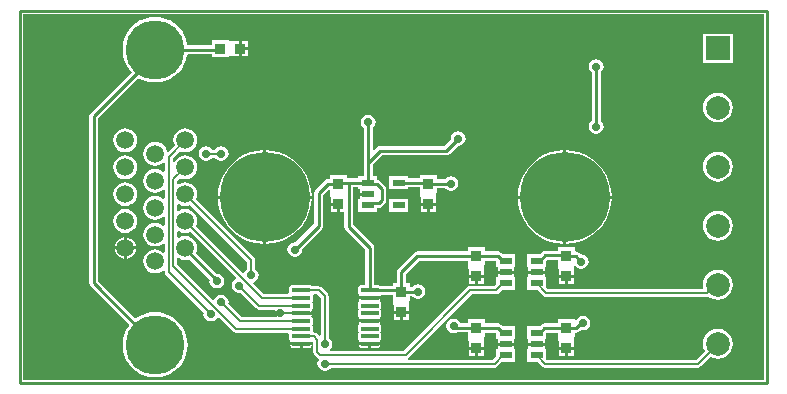
<source format=gtl>
G04*
G04 #@! TF.GenerationSoftware,Altium Limited,Altium Designer,20.1.14 (287)*
G04*
G04 Layer_Physical_Order=1*
G04 Layer_Color=255*
%FSLAX25Y25*%
%MOIN*%
G70*
G04*
G04 #@! TF.SameCoordinates,11A2ED7B-9C87-42D8-8BA9-A02E898DC9DF*
G04*
G04*
G04 #@! TF.FilePolarity,Positive*
G04*
G01*
G75*
%ADD10C,0.01000*%
%ADD25R,0.03740X0.03740*%
%ADD26R,0.04331X0.02362*%
G04:AMPARAMS|DCode=27|XSize=15.75mil|YSize=59.06mil|CornerRadius=3.94mil|HoleSize=0mil|Usage=FLASHONLY|Rotation=90.000|XOffset=0mil|YOffset=0mil|HoleType=Round|Shape=RoundedRectangle|*
%AMROUNDEDRECTD27*
21,1,0.01575,0.05118,0,0,90.0*
21,1,0.00787,0.05906,0,0,90.0*
1,1,0.00787,0.02559,0.00394*
1,1,0.00787,0.02559,-0.00394*
1,1,0.00787,-0.02559,-0.00394*
1,1,0.00787,-0.02559,0.00394*
%
%ADD27ROUNDEDRECTD27*%
%ADD28R,0.03740X0.03740*%
%ADD29C,0.00600*%
%ADD30C,0.30000*%
%ADD31C,0.03000*%
%ADD32C,0.05906*%
%ADD33C,0.19685*%
%ADD34R,0.07874X0.07874*%
%ADD35C,0.07874*%
%ADD36C,0.02800*%
G36*
X602971Y139029D02*
X356029D01*
Y260971D01*
X602971D01*
Y139029D01*
D02*
G37*
%LPC*%
G36*
X430817Y251970D02*
X428847D01*
Y250000D01*
X430817D01*
Y251970D01*
D02*
G37*
G36*
Y249000D02*
X428847D01*
Y247030D01*
X430817D01*
Y249000D01*
D02*
G37*
G36*
X400000Y260069D02*
X398299Y259935D01*
X396639Y259537D01*
X395062Y258884D01*
X393607Y257992D01*
X392309Y256883D01*
X391201Y255586D01*
X390309Y254131D01*
X389656Y252554D01*
X389258Y250894D01*
X389124Y249193D01*
X389258Y247492D01*
X389656Y245832D01*
X390309Y244255D01*
X391201Y242800D01*
X392093Y241756D01*
X378419Y228081D01*
X378087Y227585D01*
X377971Y227000D01*
Y171307D01*
X378087Y170722D01*
X378419Y170226D01*
X391313Y157331D01*
X391201Y157200D01*
X390309Y155745D01*
X389656Y154168D01*
X389258Y152508D01*
X389124Y150807D01*
X389258Y149106D01*
X389656Y147446D01*
X390309Y145870D01*
X391201Y144414D01*
X392309Y143117D01*
X393607Y142008D01*
X395062Y141116D01*
X396639Y140463D01*
X398299Y140065D01*
X400000Y139931D01*
X401701Y140065D01*
X403361Y140463D01*
X404938Y141116D01*
X406393Y142008D01*
X407690Y143117D01*
X408799Y144414D01*
X409691Y145870D01*
X410344Y147446D01*
X410742Y149106D01*
X410876Y150807D01*
X410742Y152508D01*
X410344Y154168D01*
X409691Y155745D01*
X408799Y157200D01*
X407690Y158498D01*
X406393Y159606D01*
X404938Y160498D01*
X403361Y161151D01*
X401701Y161549D01*
X400000Y161683D01*
X398299Y161549D01*
X396639Y161151D01*
X395062Y160498D01*
X393607Y159606D01*
X393476Y159494D01*
X381029Y171941D01*
Y226366D01*
X394506Y239843D01*
X395062Y239502D01*
X396639Y238849D01*
X398299Y238451D01*
X400000Y238317D01*
X401701Y238451D01*
X403361Y238849D01*
X404938Y239502D01*
X406393Y240394D01*
X407690Y241502D01*
X408799Y242800D01*
X409691Y244255D01*
X410344Y245832D01*
X410742Y247492D01*
X410756Y247663D01*
X418784D01*
Y246630D01*
X424524D01*
Y246906D01*
X425787D01*
X426178Y246983D01*
X426248Y247030D01*
X427846D01*
Y249500D01*
Y251970D01*
X426248D01*
X426178Y252017D01*
X425787Y252094D01*
X424524D01*
Y252370D01*
X418784D01*
Y250722D01*
X410756D01*
X410742Y250894D01*
X410344Y252554D01*
X409691Y254131D01*
X408799Y255586D01*
X407690Y256883D01*
X406393Y257992D01*
X404938Y258884D01*
X403361Y259537D01*
X401701Y259935D01*
X400000Y260069D01*
D02*
G37*
G36*
X592437Y254492D02*
X582563D01*
Y244618D01*
X592437D01*
Y254492D01*
D02*
G37*
G36*
X587500Y234850D02*
X586211Y234680D01*
X585010Y234183D01*
X583979Y233391D01*
X583187Y232360D01*
X582690Y231159D01*
X582520Y229870D01*
X582690Y228581D01*
X583187Y227380D01*
X583979Y226349D01*
X585010Y225558D01*
X586211Y225060D01*
X587500Y224890D01*
X588789Y225060D01*
X589990Y225558D01*
X591021Y226349D01*
X591813Y227380D01*
X592310Y228581D01*
X592480Y229870D01*
X592310Y231159D01*
X591813Y232360D01*
X591021Y233391D01*
X589990Y234183D01*
X588789Y234680D01*
X587500Y234850D01*
D02*
G37*
G36*
X547000Y245947D02*
X546064Y245761D01*
X545270Y245230D01*
X544739Y244436D01*
X544553Y243500D01*
X544739Y242564D01*
X545270Y241770D01*
X545471Y241635D01*
Y225364D01*
X545270Y225230D01*
X544739Y224436D01*
X544553Y223500D01*
X544739Y222564D01*
X545270Y221770D01*
X546064Y221239D01*
X547000Y221053D01*
X547936Y221239D01*
X548730Y221770D01*
X549261Y222564D01*
X549447Y223500D01*
X549261Y224436D01*
X548730Y225230D01*
X548529Y225364D01*
Y241635D01*
X548730Y241770D01*
X549261Y242564D01*
X549447Y243500D01*
X549261Y244436D01*
X548730Y245230D01*
X547936Y245761D01*
X547000Y245947D01*
D02*
G37*
G36*
X471000Y227447D02*
X470064Y227261D01*
X469270Y226730D01*
X468739Y225936D01*
X468553Y225000D01*
X468739Y224064D01*
X469270Y223270D01*
X469471Y223135D01*
Y211500D01*
Y206921D01*
X467717D01*
Y206270D01*
X463870D01*
Y207217D01*
X458130D01*
Y206029D01*
X457500D01*
X456915Y205913D01*
X456419Y205581D01*
X453419Y202581D01*
X453087Y202085D01*
X452971Y201500D01*
Y191133D01*
X446737Y184900D01*
X446500Y184947D01*
X445564Y184761D01*
X444770Y184230D01*
X444239Y183436D01*
X444053Y182500D01*
X444239Y181564D01*
X444770Y180770D01*
X445564Y180239D01*
X446500Y180053D01*
X447436Y180239D01*
X448230Y180770D01*
X448761Y181564D01*
X448947Y182500D01*
X448900Y182737D01*
X455581Y189419D01*
X455913Y189915D01*
X456029Y190500D01*
Y200867D01*
X457668Y202505D01*
X458130Y202314D01*
Y201476D01*
X458406D01*
Y200213D01*
X458483Y199822D01*
X458530Y199752D01*
Y198153D01*
X461000D01*
Y197653D01*
X461500D01*
Y195184D01*
X462971D01*
Y190043D01*
X463087Y189458D01*
X463419Y188962D01*
X469888Y182492D01*
Y170771D01*
X468858D01*
X468315Y170663D01*
X467853Y170355D01*
X467545Y169894D01*
X467437Y169350D01*
Y168563D01*
X467545Y168019D01*
X467853Y167558D01*
X467927Y167187D01*
X467922Y167179D01*
X467866Y166898D01*
X471417D01*
X474968D01*
X474963Y166927D01*
X475281Y167396D01*
X475334Y167427D01*
X479130D01*
Y165476D01*
X479406D01*
Y164213D01*
X479483Y163822D01*
X479530Y163752D01*
Y162153D01*
X482000D01*
X484470D01*
Y163752D01*
X484517Y163822D01*
X484594Y164213D01*
Y165476D01*
X484870D01*
Y166971D01*
X485636D01*
X485770Y166770D01*
X486564Y166239D01*
X487500Y166053D01*
X488436Y166239D01*
X489230Y166770D01*
X489761Y167564D01*
X489947Y168500D01*
X489761Y169436D01*
X489230Y170230D01*
X488436Y170761D01*
X487500Y170947D01*
X486564Y170761D01*
X485770Y170230D01*
X485636Y170029D01*
X484870D01*
Y171216D01*
X483529D01*
Y174366D01*
X487980Y178817D01*
X504130D01*
Y177476D01*
X504406D01*
Y176213D01*
X504483Y175822D01*
X504530Y175752D01*
Y174153D01*
X507000D01*
X509470D01*
Y175752D01*
X509517Y175822D01*
X509594Y176213D01*
Y177476D01*
X509870D01*
Y178817D01*
X513658D01*
X513717Y178758D01*
Y176559D01*
X514116D01*
Y175500D01*
X516882D01*
X519647D01*
Y176559D01*
X520047D01*
Y180921D01*
X515879D01*
X515373Y181428D01*
X514877Y181759D01*
X514291Y181876D01*
X509870D01*
Y183217D01*
X504130D01*
Y181876D01*
X487347D01*
X486761Y181759D01*
X486265Y181428D01*
X480919Y176081D01*
X480587Y175585D01*
X480471Y175000D01*
Y171216D01*
X479130D01*
Y170486D01*
X474785D01*
X474520Y170663D01*
X473976Y170771D01*
X472947D01*
Y183126D01*
X472830Y183711D01*
X472499Y184207D01*
X466029Y190677D01*
Y203211D01*
X467717D01*
Y202559D01*
X468117D01*
Y201500D01*
X470882D01*
Y200500D01*
X468117D01*
Y199441D01*
X467717D01*
Y195079D01*
X474047D01*
Y196412D01*
X474441D01*
X475026Y196528D01*
X475522Y196860D01*
X476581Y197919D01*
X476913Y198415D01*
X477029Y199000D01*
Y202553D01*
X476913Y203138D01*
X476581Y203635D01*
X474913Y205303D01*
X474417Y205635D01*
X474047Y205708D01*
Y206921D01*
X472529D01*
Y210866D01*
X475633Y213971D01*
X497000D01*
X497585Y214087D01*
X498081Y214419D01*
X500763Y217100D01*
X501000Y217053D01*
X501936Y217239D01*
X502730Y217770D01*
X503261Y218564D01*
X503447Y219500D01*
X503261Y220436D01*
X502730Y221230D01*
X501936Y221761D01*
X501000Y221947D01*
X500064Y221761D01*
X499270Y221230D01*
X498739Y220436D01*
X498553Y219500D01*
X498600Y219263D01*
X496367Y217029D01*
X475000D01*
X474415Y216913D01*
X473918Y216581D01*
X472991Y215654D01*
X472529Y215846D01*
Y223135D01*
X472730Y223270D01*
X473261Y224064D01*
X473447Y225000D01*
X473261Y225936D01*
X472730Y226730D01*
X471936Y227261D01*
X471000Y227447D01*
D02*
G37*
G36*
X422000Y216947D02*
X421064Y216761D01*
X420270Y216230D01*
X419999Y215826D01*
X419001D01*
X418730Y216230D01*
X417936Y216761D01*
X417000Y216947D01*
X416064Y216761D01*
X415270Y216230D01*
X414739Y215436D01*
X414553Y214500D01*
X414739Y213564D01*
X415270Y212770D01*
X416064Y212239D01*
X417000Y212053D01*
X417936Y212239D01*
X418730Y212770D01*
X419001Y213175D01*
X419999D01*
X420270Y212770D01*
X421064Y212239D01*
X422000Y212053D01*
X422936Y212239D01*
X423730Y212770D01*
X424261Y213564D01*
X424447Y214500D01*
X424261Y215436D01*
X423730Y216230D01*
X422936Y216761D01*
X422000Y216947D01*
D02*
G37*
G36*
X410000Y222944D02*
X408968Y222808D01*
X408007Y222409D01*
X407181Y221776D01*
X406547Y220950D01*
X406149Y219989D01*
X406013Y218957D01*
X406149Y217925D01*
X406426Y217257D01*
X404346Y215177D01*
X403872Y215338D01*
X403851Y215500D01*
X403453Y216462D01*
X402819Y217288D01*
X401993Y217921D01*
X401032Y218320D01*
X400000Y218455D01*
X398968Y218320D01*
X398007Y217921D01*
X397181Y217288D01*
X396547Y216462D01*
X396149Y215500D01*
X396013Y214469D01*
X396149Y213437D01*
X396547Y212475D01*
X397181Y211649D01*
X398007Y211016D01*
X398968Y210617D01*
X400000Y210482D01*
X401032Y210617D01*
X401993Y211016D01*
X402674Y211538D01*
X403174Y211341D01*
Y208620D01*
X402674Y208422D01*
X401993Y208945D01*
X401032Y209343D01*
X400000Y209479D01*
X398968Y209343D01*
X398007Y208945D01*
X397181Y208311D01*
X396547Y207486D01*
X396149Y206524D01*
X396013Y205492D01*
X396149Y204460D01*
X396547Y203499D01*
X397181Y202673D01*
X398007Y202039D01*
X398968Y201641D01*
X400000Y201505D01*
X401032Y201641D01*
X401993Y202039D01*
X402674Y202562D01*
X403174Y202365D01*
Y199643D01*
X402674Y199446D01*
X401993Y199969D01*
X401032Y200367D01*
X400000Y200503D01*
X398968Y200367D01*
X398007Y199969D01*
X397181Y199335D01*
X396547Y198509D01*
X396149Y197548D01*
X396013Y196516D01*
X396149Y195484D01*
X396547Y194522D01*
X397181Y193697D01*
X398007Y193063D01*
X398968Y192665D01*
X400000Y192529D01*
X401032Y192665D01*
X401993Y193063D01*
X402674Y193586D01*
X403174Y193388D01*
Y190667D01*
X402674Y190470D01*
X401993Y190992D01*
X401032Y191390D01*
X400000Y191526D01*
X398968Y191390D01*
X398007Y190992D01*
X397181Y190358D01*
X396547Y189533D01*
X396149Y188571D01*
X396013Y187539D01*
X396149Y186507D01*
X396547Y185546D01*
X397181Y184720D01*
X398007Y184087D01*
X398968Y183688D01*
X400000Y183553D01*
X401032Y183688D01*
X401993Y184087D01*
X402674Y184609D01*
X403174Y184412D01*
Y181691D01*
X402674Y181493D01*
X401993Y182016D01*
X401032Y182414D01*
X400000Y182550D01*
X398968Y182414D01*
X398007Y182016D01*
X397181Y181382D01*
X396547Y180556D01*
X396149Y179595D01*
X396013Y178563D01*
X396149Y177531D01*
X396547Y176570D01*
X397181Y175744D01*
X398007Y175110D01*
X398968Y174712D01*
X400000Y174576D01*
X401032Y174712D01*
X401993Y175110D01*
X402674Y175633D01*
X403174Y175435D01*
Y175000D01*
X403275Y174493D01*
X403563Y174063D01*
X416148Y161477D01*
X416053Y161000D01*
X416239Y160064D01*
X416770Y159270D01*
X417564Y158739D01*
X418500Y158553D01*
X419436Y158739D01*
X420230Y159270D01*
X420598Y159820D01*
X421204Y159922D01*
X425901Y155224D01*
X426331Y154937D01*
X426839Y154836D01*
X444353D01*
X444670Y154336D01*
X444603Y153996D01*
Y153209D01*
X444711Y152665D01*
X445019Y152204D01*
X445093Y151832D01*
X445088Y151825D01*
X445032Y151543D01*
X448583D01*
X452269D01*
X452462Y151690D01*
X452674Y151588D01*
Y148500D01*
X452775Y147993D01*
X453063Y147563D01*
X454063Y146563D01*
X454289Y146411D01*
X454486Y145806D01*
X454239Y145436D01*
X454053Y144500D01*
X454239Y143564D01*
X454770Y142770D01*
X455564Y142239D01*
X456500Y142053D01*
X457436Y142239D01*
X458230Y142770D01*
X458501Y143175D01*
X513138D01*
X513645Y143275D01*
X514075Y143563D01*
X515591Y145079D01*
X520047D01*
Y149441D01*
X519647D01*
Y150500D01*
X516882D01*
X514116D01*
Y149441D01*
X513717D01*
Y146953D01*
X512589Y145826D01*
X484165D01*
X484102Y146006D01*
X484082Y146326D01*
X484437Y146563D01*
X505549Y167675D01*
X513638D01*
X514145Y167775D01*
X514575Y168063D01*
X515591Y169079D01*
X520047D01*
Y173441D01*
X519647D01*
Y174500D01*
X516882D01*
X514116D01*
Y173441D01*
X513717D01*
Y170953D01*
X513089Y170326D01*
X505000D01*
X504493Y170225D01*
X504063Y169937D01*
X482951Y148826D01*
X458397D01*
X458268Y149326D01*
X458761Y150064D01*
X458947Y151000D01*
X458761Y151936D01*
X458230Y152730D01*
X457826Y153001D01*
Y167000D01*
X457725Y167507D01*
X457437Y167937D01*
X455481Y169894D01*
X455051Y170181D01*
X454543Y170282D01*
X452195D01*
X452146Y170355D01*
X451685Y170663D01*
X451142Y170771D01*
X446024D01*
X445480Y170663D01*
X445019Y170355D01*
X444711Y169894D01*
X444603Y169350D01*
Y168563D01*
X444670Y168223D01*
X444353Y167723D01*
X436179D01*
X432666Y171236D01*
X432811Y171714D01*
X432936Y171739D01*
X433730Y172270D01*
X434261Y173064D01*
X434447Y174000D01*
X434261Y174936D01*
X433730Y175730D01*
X433325Y176001D01*
Y179004D01*
X433225Y179511D01*
X432937Y179941D01*
X413574Y199304D01*
X413851Y199972D01*
X413987Y201004D01*
X413851Y202036D01*
X413453Y202997D01*
X412819Y203823D01*
X411993Y204457D01*
X411032Y204855D01*
X410000Y204991D01*
X408968Y204855D01*
X408007Y204457D01*
X407774Y204278D01*
X407326Y204499D01*
Y205431D01*
X408300Y206406D01*
X408968Y206129D01*
X410000Y205993D01*
X411032Y206129D01*
X411993Y206528D01*
X412819Y207161D01*
X413453Y207987D01*
X413851Y208948D01*
X413987Y209980D01*
X413851Y211012D01*
X413453Y211974D01*
X412819Y212799D01*
X411993Y213433D01*
X411032Y213831D01*
X410000Y213967D01*
X408968Y213831D01*
X408007Y213433D01*
X407181Y212799D01*
X406547Y211974D01*
X406325Y211438D01*
X405826Y211538D01*
Y212908D01*
X408300Y215382D01*
X408968Y215106D01*
X410000Y214970D01*
X411032Y215106D01*
X411993Y215504D01*
X412819Y216138D01*
X413453Y216963D01*
X413851Y217925D01*
X413987Y218957D01*
X413851Y219989D01*
X413453Y220950D01*
X412819Y221776D01*
X411993Y222409D01*
X411032Y222808D01*
X410000Y222944D01*
D02*
G37*
G36*
X390000D02*
X388968Y222808D01*
X388007Y222409D01*
X387181Y221776D01*
X386547Y220950D01*
X386149Y219989D01*
X386013Y218957D01*
X386149Y217925D01*
X386547Y216963D01*
X387181Y216138D01*
X388007Y215504D01*
X388968Y215106D01*
X390000Y214970D01*
X391032Y215106D01*
X391993Y215504D01*
X392819Y216138D01*
X393453Y216963D01*
X393851Y217925D01*
X393987Y218957D01*
X393851Y219989D01*
X393453Y220950D01*
X392819Y221776D01*
X391993Y222409D01*
X391032Y222808D01*
X390000Y222944D01*
D02*
G37*
G36*
X493870Y207217D02*
X488130D01*
Y206270D01*
X484283D01*
Y206921D01*
X477953D01*
Y202559D01*
X484283D01*
Y203211D01*
X488130D01*
Y201476D01*
X488406D01*
Y200213D01*
X488483Y199822D01*
X488530Y199752D01*
Y198153D01*
X491000D01*
X493470D01*
Y199752D01*
X493517Y199822D01*
X493594Y200213D01*
Y201476D01*
X493870D01*
Y202971D01*
X496635D01*
X496770Y202770D01*
X497564Y202239D01*
X498500Y202053D01*
X499436Y202239D01*
X500230Y202770D01*
X500761Y203564D01*
X500947Y204500D01*
X500761Y205436D01*
X500230Y206230D01*
X499436Y206761D01*
X498500Y206947D01*
X497564Y206761D01*
X496770Y206230D01*
X496635Y206029D01*
X493870D01*
Y207217D01*
D02*
G37*
G36*
X390000Y213967D02*
X388968Y213831D01*
X388007Y213433D01*
X387181Y212799D01*
X386547Y211974D01*
X386149Y211012D01*
X386013Y209980D01*
X386149Y208948D01*
X386547Y207987D01*
X387181Y207161D01*
X388007Y206528D01*
X388968Y206129D01*
X390000Y205993D01*
X391032Y206129D01*
X391993Y206528D01*
X392819Y207161D01*
X393453Y207987D01*
X393851Y208948D01*
X393987Y209980D01*
X393851Y211012D01*
X393453Y211974D01*
X392819Y212799D01*
X391993Y213433D01*
X391032Y213831D01*
X390000Y213967D01*
D02*
G37*
G36*
X587500Y215165D02*
X586211Y214995D01*
X585010Y214497D01*
X583979Y213706D01*
X583187Y212675D01*
X582690Y211474D01*
X582520Y210185D01*
X582690Y208896D01*
X583187Y207695D01*
X583979Y206664D01*
X585010Y205873D01*
X586211Y205375D01*
X587500Y205205D01*
X588789Y205375D01*
X589990Y205873D01*
X591021Y206664D01*
X591813Y207695D01*
X592310Y208896D01*
X592480Y210185D01*
X592310Y211474D01*
X591813Y212675D01*
X591021Y213706D01*
X589990Y214497D01*
X588789Y214995D01*
X587500Y215165D01*
D02*
G37*
G36*
X537000Y215609D02*
Y200500D01*
X552109D01*
X551956Y202448D01*
X551382Y204836D01*
X550443Y207104D01*
X549160Y209198D01*
X547565Y211065D01*
X545698Y212660D01*
X543604Y213943D01*
X541336Y214882D01*
X538948Y215456D01*
X537000Y215609D01*
D02*
G37*
G36*
X536000D02*
X534052Y215456D01*
X531664Y214882D01*
X529396Y213943D01*
X527302Y212660D01*
X525435Y211065D01*
X523840Y209198D01*
X522557Y207104D01*
X521618Y204836D01*
X521044Y202448D01*
X520891Y200500D01*
X536000D01*
Y215609D01*
D02*
G37*
G36*
X437000D02*
Y200500D01*
X452109D01*
X451956Y202448D01*
X451382Y204836D01*
X450443Y207104D01*
X449160Y209198D01*
X447565Y211065D01*
X445698Y212660D01*
X443604Y213943D01*
X441336Y214882D01*
X438948Y215456D01*
X437000Y215609D01*
D02*
G37*
G36*
X436000D02*
X434052Y215456D01*
X431664Y214882D01*
X429396Y213943D01*
X427302Y212660D01*
X425435Y211065D01*
X423840Y209198D01*
X422557Y207104D01*
X421618Y204836D01*
X421044Y202448D01*
X420891Y200500D01*
X436000D01*
Y215609D01*
D02*
G37*
G36*
X390000Y204991D02*
X388968Y204855D01*
X388007Y204457D01*
X387181Y203823D01*
X386547Y202997D01*
X386149Y202036D01*
X386013Y201004D01*
X386149Y199972D01*
X386547Y199011D01*
X387181Y198185D01*
X388007Y197551D01*
X388968Y197153D01*
X390000Y197017D01*
X391032Y197153D01*
X391993Y197551D01*
X392819Y198185D01*
X393453Y199011D01*
X393851Y199972D01*
X393987Y201004D01*
X393851Y202036D01*
X393453Y202997D01*
X392819Y203823D01*
X391993Y204457D01*
X391032Y204855D01*
X390000Y204991D01*
D02*
G37*
G36*
X493470Y197153D02*
X491500D01*
Y195184D01*
X493470D01*
Y197153D01*
D02*
G37*
G36*
X490500D02*
X488530D01*
Y195184D01*
X490500D01*
Y197153D01*
D02*
G37*
G36*
X460500D02*
X458530D01*
Y195184D01*
X460500D01*
Y197153D01*
D02*
G37*
G36*
X484283Y199441D02*
X477953D01*
Y195079D01*
X484283D01*
Y199441D01*
D02*
G37*
G36*
X390000Y196014D02*
X388968Y195879D01*
X388007Y195480D01*
X387181Y194847D01*
X386547Y194021D01*
X386149Y193059D01*
X386013Y192028D01*
X386149Y190996D01*
X386547Y190034D01*
X387181Y189208D01*
X388007Y188575D01*
X388968Y188177D01*
X390000Y188041D01*
X391032Y188177D01*
X391993Y188575D01*
X392819Y189208D01*
X393453Y190034D01*
X393851Y190996D01*
X393987Y192028D01*
X393851Y193059D01*
X393453Y194021D01*
X392819Y194847D01*
X391993Y195480D01*
X391032Y195879D01*
X390000Y196014D01*
D02*
G37*
G36*
X587500Y195480D02*
X586211Y195310D01*
X585010Y194813D01*
X583979Y194021D01*
X583187Y192990D01*
X582690Y191789D01*
X582520Y190500D01*
X582690Y189211D01*
X583187Y188010D01*
X583979Y186979D01*
X585010Y186188D01*
X586211Y185690D01*
X587500Y185520D01*
X588789Y185690D01*
X589990Y186188D01*
X591021Y186979D01*
X591813Y188010D01*
X592310Y189211D01*
X592480Y190500D01*
X592310Y191789D01*
X591813Y192990D01*
X591021Y194021D01*
X589990Y194813D01*
X588789Y195310D01*
X587500Y195480D01*
D02*
G37*
G36*
X552109Y199500D02*
X537000D01*
Y184391D01*
X538948Y184544D01*
X541336Y185118D01*
X543604Y186057D01*
X545698Y187340D01*
X547565Y188935D01*
X549160Y190802D01*
X550443Y192896D01*
X551382Y195164D01*
X551956Y197552D01*
X552109Y199500D01*
D02*
G37*
G36*
X536000D02*
X520891D01*
X521044Y197552D01*
X521618Y195164D01*
X522557Y192896D01*
X523840Y190802D01*
X525435Y188935D01*
X527302Y187340D01*
X529396Y186057D01*
X531664Y185118D01*
X534052Y184544D01*
X536000Y184391D01*
Y199500D01*
D02*
G37*
G36*
X452109D02*
X437000D01*
Y184391D01*
X438948Y184544D01*
X441336Y185118D01*
X443604Y186057D01*
X445698Y187340D01*
X447565Y188935D01*
X449160Y190802D01*
X450443Y192896D01*
X451382Y195164D01*
X451956Y197552D01*
X452109Y199500D01*
D02*
G37*
G36*
X436000D02*
X420891D01*
X421044Y197552D01*
X421618Y195164D01*
X422557Y192896D01*
X423840Y190802D01*
X425435Y188935D01*
X427302Y187340D01*
X429396Y186057D01*
X431664Y185118D01*
X434052Y184544D01*
X436000Y184391D01*
Y199500D01*
D02*
G37*
G36*
X390500Y186569D02*
Y183551D01*
X393518D01*
X393461Y183979D01*
X393103Y184843D01*
X392534Y185585D01*
X391792Y186154D01*
X390927Y186512D01*
X390500Y186569D01*
D02*
G37*
G36*
X389500D02*
X389073Y186512D01*
X388208Y186154D01*
X387466Y185585D01*
X386897Y184843D01*
X386539Y183979D01*
X386482Y183551D01*
X389500D01*
Y186569D01*
D02*
G37*
G36*
X393518Y182551D02*
X390500D01*
Y179534D01*
X390927Y179590D01*
X391792Y179948D01*
X392534Y180517D01*
X393103Y181260D01*
X393461Y182124D01*
X393518Y182551D01*
D02*
G37*
G36*
X389500D02*
X386482D01*
X386539Y182124D01*
X386897Y181260D01*
X387466Y180517D01*
X388208Y179948D01*
X389073Y179590D01*
X389500Y179534D01*
Y182551D01*
D02*
G37*
G36*
X539870Y183217D02*
X534130D01*
Y182167D01*
X530000D01*
X529415Y182051D01*
X528919Y181719D01*
X528121Y180921D01*
X523953D01*
Y176559D01*
X524353D01*
Y175500D01*
X527118D01*
X529883D01*
Y176559D01*
X530283D01*
Y178758D01*
X530633Y179108D01*
X534130D01*
Y177476D01*
X534406D01*
Y176213D01*
X534483Y175822D01*
X534530Y175752D01*
Y174153D01*
X537000D01*
X539470D01*
Y175752D01*
X539517Y175822D01*
X539594Y176213D01*
Y176880D01*
X540094Y177032D01*
X540270Y176770D01*
X541064Y176239D01*
X542000Y176053D01*
X542936Y176239D01*
X543730Y176770D01*
X544261Y177564D01*
X544447Y178500D01*
X544261Y179436D01*
X543730Y180230D01*
X542936Y180761D01*
X542000Y180947D01*
X541763Y180900D01*
X541235Y181428D01*
X540739Y181759D01*
X540154Y181876D01*
X539870D01*
Y183217D01*
D02*
G37*
G36*
X539470Y173153D02*
X537500D01*
Y171184D01*
X539470D01*
Y173153D01*
D02*
G37*
G36*
X536500D02*
X534530D01*
Y171184D01*
X536500D01*
Y173153D01*
D02*
G37*
G36*
X509470D02*
X507500D01*
Y171184D01*
X509470D01*
Y173153D01*
D02*
G37*
G36*
X506500D02*
X504530D01*
Y171184D01*
X506500D01*
Y173153D01*
D02*
G37*
G36*
X587500Y175795D02*
X586211Y175625D01*
X585010Y175127D01*
X583979Y174336D01*
X583187Y173305D01*
X582690Y172104D01*
X582520Y170815D01*
X582651Y169825D01*
X582272Y169325D01*
X530927D01*
X530283Y169969D01*
Y173441D01*
X529883D01*
Y174500D01*
X527118D01*
X524353D01*
Y173441D01*
X523953D01*
Y169079D01*
X527425D01*
X529441Y167063D01*
X529871Y166775D01*
X530378Y166674D01*
X583972D01*
X584479Y166775D01*
X584573Y166838D01*
X585010Y166502D01*
X586211Y166005D01*
X587500Y165835D01*
X588789Y166005D01*
X589990Y166502D01*
X591021Y167294D01*
X591813Y168325D01*
X592310Y169526D01*
X592480Y170815D01*
X592310Y172104D01*
X591813Y173305D01*
X591021Y174336D01*
X589990Y175127D01*
X588789Y175625D01*
X587500Y175795D01*
D02*
G37*
G36*
X474968Y165898D02*
X471417D01*
X467866D01*
X467922Y165616D01*
X467927Y165609D01*
X467853Y165237D01*
X467545Y164776D01*
X467437Y164232D01*
Y163445D01*
X467545Y162901D01*
X467774Y162559D01*
X467545Y162217D01*
X467437Y161673D01*
Y160886D01*
X467545Y160342D01*
X467853Y159881D01*
X467927Y159510D01*
X467922Y159502D01*
X467866Y159221D01*
X471417D01*
X474968D01*
X474912Y159502D01*
X474907Y159510D01*
X474981Y159881D01*
X475289Y160342D01*
X475397Y160886D01*
Y161673D01*
X475289Y162217D01*
X475061Y162559D01*
X475289Y162901D01*
X475397Y163445D01*
Y164232D01*
X475289Y164776D01*
X474981Y165237D01*
X474907Y165609D01*
X474912Y165616D01*
X474968Y165898D01*
D02*
G37*
G36*
X484470Y161153D02*
X482500D01*
Y159184D01*
X484470D01*
Y161153D01*
D02*
G37*
G36*
X481500D02*
X479530D01*
Y159184D01*
X481500D01*
Y161153D01*
D02*
G37*
G36*
X542500Y160447D02*
X541564Y160261D01*
X540770Y159730D01*
X540370Y159132D01*
X539870Y159217D01*
Y159216D01*
X534130D01*
Y157876D01*
X529709D01*
X529123Y157759D01*
X528627Y157428D01*
X528121Y156921D01*
X523953D01*
Y152559D01*
X524353D01*
Y151500D01*
X527118D01*
X529883D01*
Y152559D01*
X530283D01*
Y154758D01*
X530342Y154817D01*
X534130D01*
Y153476D01*
X534406D01*
Y152213D01*
X534483Y151822D01*
X534530Y151752D01*
Y150154D01*
X537000D01*
X539470D01*
Y151752D01*
X539517Y151822D01*
X539594Y152213D01*
Y153476D01*
X539870D01*
Y154817D01*
X540370D01*
X540955Y154934D01*
X541452Y155265D01*
X541866Y155679D01*
X542500Y155553D01*
X543436Y155739D01*
X544230Y156270D01*
X544761Y157064D01*
X544947Y158000D01*
X544761Y158936D01*
X544230Y159730D01*
X543436Y160261D01*
X542500Y160447D01*
D02*
G37*
G36*
X474968Y158221D02*
X471417D01*
X467866D01*
X467922Y157939D01*
X467927Y157931D01*
X467853Y157560D01*
X467545Y157099D01*
X467437Y156555D01*
Y155768D01*
X467545Y155224D01*
X467774Y154882D01*
X467545Y154540D01*
X467437Y153996D01*
Y153209D01*
X467545Y152665D01*
X467853Y152204D01*
X467927Y151832D01*
X467922Y151825D01*
X467866Y151543D01*
X471417D01*
X474968D01*
X474912Y151825D01*
X474907Y151832D01*
X474981Y152204D01*
X475289Y152665D01*
X475397Y153209D01*
Y153996D01*
X475289Y154540D01*
X475061Y154882D01*
X475289Y155224D01*
X475397Y155768D01*
Y156555D01*
X475289Y157099D01*
X474981Y157560D01*
X474907Y157931D01*
X474912Y157939D01*
X474968Y158221D01*
D02*
G37*
G36*
X499435Y159512D02*
X498498Y159326D01*
X497704Y158796D01*
X497174Y158002D01*
X496988Y157065D01*
X497174Y156129D01*
X497704Y155335D01*
X498498Y154805D01*
X499435Y154618D01*
X500371Y154805D01*
X500620Y154971D01*
X504130D01*
Y153476D01*
X504406D01*
Y152213D01*
X504483Y151822D01*
X504530Y151752D01*
Y150154D01*
X507000D01*
X509470D01*
Y151752D01*
X509517Y151822D01*
X509594Y152213D01*
Y153476D01*
X509870D01*
Y154817D01*
X513658D01*
X513717Y154758D01*
Y152559D01*
X514116D01*
Y151500D01*
X516882D01*
X519647D01*
Y152559D01*
X520047D01*
Y156921D01*
X515879D01*
X515373Y157428D01*
X514877Y157759D01*
X514291Y157876D01*
X509870D01*
Y159216D01*
X504130D01*
Y158029D01*
X501677D01*
X501165Y158796D01*
X500371Y159326D01*
X499435Y159512D01*
D02*
G37*
G36*
X474968Y150543D02*
X471917D01*
Y149636D01*
X473976D01*
X474364Y149714D01*
X474693Y149933D01*
X474912Y150262D01*
X474968Y150543D01*
D02*
G37*
G36*
X470917D02*
X467866D01*
X467922Y150262D01*
X468142Y149933D01*
X468471Y149714D01*
X468858Y149636D01*
X470917D01*
Y150543D01*
D02*
G37*
G36*
X452134Y150543D02*
X449083D01*
Y149636D01*
X451142D01*
X451529Y149714D01*
X451858Y149933D01*
X452078Y150262D01*
X452134Y150543D01*
D02*
G37*
G36*
X448083D02*
X445032D01*
X445088Y150262D01*
X445307Y149933D01*
X445636Y149714D01*
X446024Y149636D01*
X448083D01*
Y150543D01*
D02*
G37*
G36*
X539470Y149153D02*
X537500D01*
Y147184D01*
X539470D01*
Y149153D01*
D02*
G37*
G36*
X536500D02*
X534530D01*
Y147184D01*
X536500D01*
Y149153D01*
D02*
G37*
G36*
X509470D02*
X507500D01*
Y147184D01*
X509470D01*
Y149153D01*
D02*
G37*
G36*
X506500D02*
X504530D01*
Y147184D01*
X506500D01*
Y149153D01*
D02*
G37*
G36*
X587500Y156109D02*
X586211Y155940D01*
X585010Y155442D01*
X583979Y154651D01*
X583187Y153620D01*
X582690Y152419D01*
X582520Y151130D01*
X582690Y149841D01*
X583172Y148677D01*
X580321Y145826D01*
X530427D01*
X530283Y145969D01*
Y149441D01*
X529883D01*
Y150500D01*
X527118D01*
X524353D01*
Y149441D01*
X523953D01*
Y145079D01*
X527425D01*
X528941Y143563D01*
X529371Y143275D01*
X529878Y143175D01*
X580870D01*
X581377Y143275D01*
X581807Y143563D01*
X585047Y146802D01*
X586211Y146320D01*
X587500Y146150D01*
X588789Y146320D01*
X589990Y146818D01*
X591021Y147609D01*
X591813Y148640D01*
X592310Y149841D01*
X592480Y151130D01*
X592310Y152419D01*
X591813Y153620D01*
X591021Y154651D01*
X589990Y155442D01*
X588789Y155940D01*
X587500Y156109D01*
D02*
G37*
%LPD*%
G36*
X408007Y197551D02*
X408968Y197153D01*
X410000Y197017D01*
X411032Y197153D01*
X411700Y197430D01*
X430675Y178455D01*
Y176001D01*
X430270Y175730D01*
X429739Y174936D01*
X429714Y174811D01*
X429236Y174666D01*
X413574Y190328D01*
X413851Y190996D01*
X413987Y192028D01*
X413851Y193059D01*
X413453Y194021D01*
X412819Y194847D01*
X411993Y195480D01*
X411032Y195879D01*
X410000Y196014D01*
X408968Y195879D01*
X408007Y195480D01*
X407774Y195302D01*
X407326Y195523D01*
Y197509D01*
X407774Y197730D01*
X408007Y197551D01*
D02*
G37*
G36*
Y188575D02*
X408968Y188177D01*
X410000Y188041D01*
X411032Y188177D01*
X411700Y188453D01*
X426945Y173208D01*
X426837Y172609D01*
X426270Y172230D01*
X425739Y171436D01*
X425553Y170500D01*
X425739Y169564D01*
X426270Y168770D01*
X427064Y168239D01*
X428000Y168053D01*
X428477Y168148D01*
X433724Y162901D01*
X434154Y162614D01*
X434661Y162513D01*
X440012D01*
X440279Y162013D01*
X440275Y162007D01*
X440174Y161500D01*
X440275Y160993D01*
X440563Y160563D01*
X440580Y160546D01*
X440483Y160180D01*
X440389Y160046D01*
X428829D01*
X424352Y164523D01*
X424447Y165000D01*
X424261Y165936D01*
X423730Y166730D01*
X422936Y167261D01*
X422000Y167447D01*
X421064Y167261D01*
X420270Y166730D01*
X419739Y165936D01*
X419710Y165788D01*
X419231Y165643D01*
X407326Y177549D01*
Y179556D01*
X407774Y179777D01*
X408007Y179598D01*
X408968Y179200D01*
X410000Y179064D01*
X411032Y179200D01*
X411301Y179312D01*
X418146Y172467D01*
X418053Y172000D01*
X418239Y171064D01*
X418770Y170270D01*
X419564Y169739D01*
X420500Y169553D01*
X421436Y169739D01*
X422230Y170270D01*
X422761Y171064D01*
X422947Y172000D01*
X422761Y172936D01*
X422230Y173730D01*
X421436Y174261D01*
X420500Y174447D01*
X420493Y174446D01*
X413578Y181360D01*
X413851Y182019D01*
X413987Y183051D01*
X413851Y184083D01*
X413453Y185045D01*
X412819Y185870D01*
X411993Y186504D01*
X411032Y186902D01*
X410000Y187038D01*
X408968Y186902D01*
X408007Y186504D01*
X407774Y186325D01*
X407326Y186547D01*
Y188532D01*
X407774Y188753D01*
X408007Y188575D01*
D02*
G37*
G36*
X455174Y166451D02*
Y153907D01*
X454674Y153700D01*
X453835Y154540D01*
X453405Y154827D01*
X452898Y154928D01*
X452812D01*
X452495Y155428D01*
X452563Y155768D01*
Y156555D01*
X452455Y157099D01*
X452226Y157441D01*
X452455Y157783D01*
X452563Y158327D01*
Y159114D01*
X452455Y159658D01*
X452146Y160119D01*
X452073Y160490D01*
X452078Y160498D01*
X452134Y160780D01*
X448583D01*
Y161779D01*
X452134D01*
X452078Y162061D01*
X452073Y162069D01*
X452146Y162440D01*
X452455Y162901D01*
X452563Y163445D01*
Y164232D01*
X452455Y164776D01*
X452226Y165118D01*
X452455Y165460D01*
X452563Y166004D01*
Y166791D01*
X452495Y167131D01*
X452812Y167631D01*
X453994D01*
X455174Y166451D01*
D02*
G37*
D10*
X454500Y201500D02*
X457500Y204500D01*
X446500Y182500D02*
X454500Y190500D01*
X457500Y204500D02*
X460847D01*
X454500Y190500D02*
Y201500D01*
X460847Y204500D02*
X461000Y204346D01*
X461394Y204740D01*
X410000Y182776D02*
Y183051D01*
Y182776D02*
X420500Y172276D01*
Y172000D02*
Y172276D01*
X474441Y197941D02*
X475500Y199000D01*
X473831Y204222D02*
X475500Y202553D01*
Y199000D02*
Y202553D01*
X470882Y204740D02*
X471400Y204222D01*
X473831D01*
X470882Y197260D02*
X471563Y197941D01*
X474441D01*
X471000Y211500D02*
Y225000D01*
Y211500D02*
X475000Y215500D01*
X471000Y204858D02*
Y211500D01*
X475000Y215500D02*
X497000D01*
X501000Y219500D01*
X379500Y171307D02*
X400000Y150807D01*
X379500Y227000D02*
X400000Y247500D01*
X379500Y171307D02*
Y227000D01*
X400000Y247500D02*
Y249193D01*
X421346D02*
X421654Y249500D01*
X400000Y249193D02*
X421346D01*
X491000Y204346D02*
X491153Y204500D01*
X498500D01*
X547000Y223500D02*
Y243500D01*
X537000Y180347D02*
X540154D01*
X542000Y178500D01*
X537000Y156346D02*
X540370D01*
X542024Y158000D01*
X542500D01*
X499435Y157065D02*
X500000Y156500D01*
X499435Y157065D02*
X499435D01*
X500000Y156500D02*
X506847D01*
X507000Y156346D01*
X482000Y168347D02*
X482154Y168500D01*
X487500D01*
X487347Y180347D02*
X507000D01*
X482000Y175000D02*
X487347Y180347D01*
X482000Y168347D02*
Y175000D01*
X507000Y156346D02*
X514291D01*
X515898Y154740D01*
X516882D01*
X507000Y180347D02*
X514291D01*
X515898Y178740D01*
X516882D01*
X470882Y204740D02*
X471000Y204858D01*
X464500Y190043D02*
X471417Y183126D01*
Y168957D02*
Y183126D01*
Y168957D02*
X481390D01*
X464500Y190043D02*
Y204740D01*
X461394D02*
X464500D01*
X470882D01*
X481118D02*
X490606D01*
X491000Y204346D01*
X481390Y168957D02*
X482000Y168347D01*
X536709Y180638D02*
X537000Y180347D01*
X530000Y180638D02*
X536709D01*
X528102Y178740D02*
X530000Y180638D01*
X527118Y178740D02*
X528102D01*
X529709Y156346D02*
X537000D01*
X528102Y154740D02*
X529709Y156346D01*
X527118Y154740D02*
X528102D01*
X355000Y138000D02*
Y262000D01*
Y138000D02*
X604000D01*
Y262000D01*
X355000D02*
X604000D01*
D25*
X482000Y168347D02*
D03*
Y161653D02*
D03*
X491000Y204346D02*
D03*
Y197653D02*
D03*
X537000Y173653D02*
D03*
Y180347D02*
D03*
Y149653D02*
D03*
Y156346D02*
D03*
X507000Y180347D02*
D03*
Y173653D02*
D03*
Y156346D02*
D03*
Y149653D02*
D03*
X461000Y204346D02*
D03*
Y197653D02*
D03*
D26*
X527118Y154740D02*
D03*
Y151000D02*
D03*
Y147260D02*
D03*
X516882D02*
D03*
Y151000D02*
D03*
Y154740D02*
D03*
X527118Y178740D02*
D03*
Y175000D02*
D03*
Y171260D02*
D03*
X516882D02*
D03*
Y175000D02*
D03*
Y178740D02*
D03*
X470882Y204740D02*
D03*
Y201000D02*
D03*
Y197260D02*
D03*
X481118D02*
D03*
Y204740D02*
D03*
D27*
X471417Y151043D02*
D03*
Y153602D02*
D03*
Y156161D02*
D03*
Y158721D02*
D03*
Y161279D02*
D03*
Y163839D02*
D03*
Y166398D02*
D03*
Y168957D02*
D03*
X448583Y151043D02*
D03*
Y153602D02*
D03*
Y156161D02*
D03*
Y158721D02*
D03*
Y161279D02*
D03*
Y163839D02*
D03*
Y166398D02*
D03*
Y168957D02*
D03*
D28*
X421654Y249500D02*
D03*
X428346D02*
D03*
D29*
X448472Y161390D02*
X448583Y161279D01*
X441610Y161390D02*
X448472D01*
X441500Y161500D02*
X441610Y161390D01*
X417000Y214500D02*
X422000D01*
X410000Y201000D02*
X410004D01*
X448161Y163839D02*
X448500Y163500D01*
X448161Y163839D02*
X448583D01*
X434661D02*
X448161D01*
X410004Y201000D02*
X432000Y179004D01*
Y174000D02*
Y179004D01*
X428000Y170500D02*
X434661Y163839D01*
X448398Y166398D02*
X448500Y166500D01*
X410000Y192028D02*
X435630Y166398D01*
X448398D01*
X448279Y158721D02*
X448500Y158500D01*
X422000Y165000D02*
X428279Y158721D01*
X448279D02*
X448583D01*
X428279D02*
X448279D01*
X404500Y175000D02*
X418500Y161000D01*
X404500Y213457D02*
X410000Y218957D01*
X404500Y175000D02*
Y213457D01*
X406000Y177000D02*
X426839Y156161D01*
X406000Y205980D02*
X409500Y209480D01*
X406000Y177000D02*
Y205980D01*
X409500Y209480D02*
Y210000D01*
X426839Y156161D02*
X448583D01*
X527118Y171260D02*
X530378Y168000D01*
X583972D01*
X586786Y170815D02*
X587500D01*
X583972Y168000D02*
X586786Y170815D01*
X527118Y147260D02*
X529878Y144500D01*
X580870D02*
X587500Y151130D01*
X529878Y144500D02*
X580870D01*
X515898Y147260D02*
X516882D01*
X513138Y144500D02*
X515898Y147260D01*
X456500Y144500D02*
X513138D01*
X456500Y151000D02*
Y167000D01*
X454543Y168957D02*
X456500Y167000D01*
X448583Y168957D02*
X454543D01*
X483500Y147500D02*
X505000Y169000D01*
X513638D02*
X515898Y171260D01*
X505000Y169000D02*
X513638D01*
X515898Y171260D02*
X516882D01*
X455000Y147500D02*
X483500D01*
X454000Y148500D02*
X455000Y147500D01*
X454000Y148500D02*
Y152500D01*
X448583Y153602D02*
X452898D01*
X454000Y152500D01*
D30*
X536500Y200000D02*
D03*
X436500D02*
D03*
D31*
X546343Y205906D02*
D03*
X542406Y190157D02*
D03*
X526657Y194095D02*
D03*
X542406Y209842D02*
D03*
X546343Y194095D02*
D03*
X530594Y190157D02*
D03*
Y209842D02*
D03*
X525250Y200000D02*
D03*
X536500Y188750D02*
D03*
X547750Y200000D02*
D03*
X536500Y211250D02*
D03*
X526657Y205906D02*
D03*
X446343D02*
D03*
X442406Y190157D02*
D03*
X426657Y194095D02*
D03*
X442406Y209842D02*
D03*
X446343Y194095D02*
D03*
X430594Y190157D02*
D03*
Y209842D02*
D03*
X425250Y200000D02*
D03*
X436500Y188750D02*
D03*
X447750Y200000D02*
D03*
X436500Y211250D02*
D03*
X426657Y205906D02*
D03*
D32*
X390000Y183051D02*
D03*
Y192028D02*
D03*
Y201004D02*
D03*
Y209980D02*
D03*
Y218957D02*
D03*
X410000D02*
D03*
X400000Y205492D02*
D03*
X410000Y209980D02*
D03*
X400000Y196516D02*
D03*
X410000Y201004D02*
D03*
X400000Y187539D02*
D03*
X410000Y192028D02*
D03*
X400000Y214469D02*
D03*
Y178563D02*
D03*
X410000Y183051D02*
D03*
D33*
X400000Y150807D02*
D03*
Y249193D02*
D03*
D34*
X587500Y249555D02*
D03*
D35*
Y229870D02*
D03*
Y210185D02*
D03*
Y190500D02*
D03*
Y170815D02*
D03*
Y151130D02*
D03*
D36*
X441500Y161500D02*
D03*
X422000Y214500D02*
D03*
X417000D02*
D03*
X446500Y182500D02*
D03*
X420500Y172000D02*
D03*
X432000Y174000D02*
D03*
X428000Y170500D02*
D03*
X422000Y165000D02*
D03*
X418500Y161000D02*
D03*
X471000Y225000D02*
D03*
X501000Y219500D02*
D03*
X498500Y204500D02*
D03*
X547000Y243500D02*
D03*
Y223500D02*
D03*
X542000Y178500D02*
D03*
X542500Y158000D02*
D03*
X456500Y144500D02*
D03*
Y151000D02*
D03*
X499435Y157065D02*
D03*
X487500Y168500D02*
D03*
M02*

</source>
